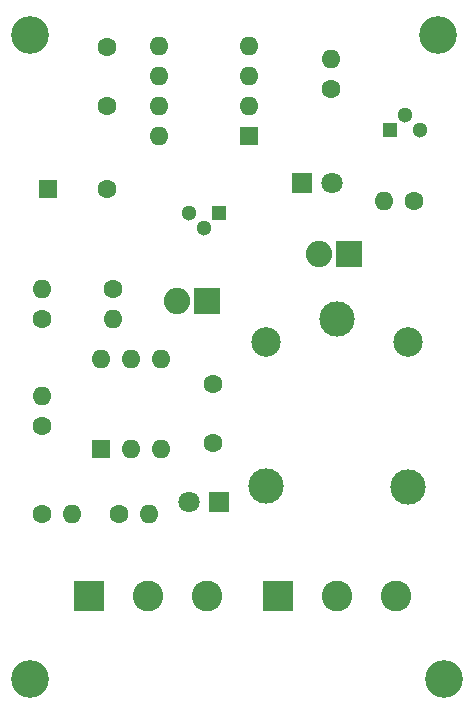
<source format=gbr>
G04 #@! TF.GenerationSoftware,KiCad,Pcbnew,(5.1.9)-1*
G04 #@! TF.CreationDate,2023-10-15T15:57:17+02:00*
G04 #@! TF.ProjectId,Stop if crash,53746f70-2069-4662-9063-726173682e6b,rev?*
G04 #@! TF.SameCoordinates,Original*
G04 #@! TF.FileFunction,Soldermask,Bot*
G04 #@! TF.FilePolarity,Negative*
%FSLAX46Y46*%
G04 Gerber Fmt 4.6, Leading zero omitted, Abs format (unit mm)*
G04 Created by KiCad (PCBNEW (5.1.9)-1) date 2023-10-15 15:57:17*
%MOMM*%
%LPD*%
G01*
G04 APERTURE LIST*
%ADD10C,3.200000*%
%ADD11C,3.000000*%
%ADD12C,2.500000*%
%ADD13O,1.600000X1.600000*%
%ADD14R,1.600000X1.600000*%
%ADD15C,1.600000*%
%ADD16R,1.300000X1.300000*%
%ADD17C,1.300000*%
%ADD18C,2.600000*%
%ADD19R,2.600000X2.600000*%
%ADD20C,1.800000*%
%ADD21R,1.800000X1.800000*%
%ADD22O,2.240000X2.240000*%
%ADD23R,2.240000X2.240000*%
G04 APERTURE END LIST*
D10*
X155500000Y-63500000D03*
X190000000Y-63500000D03*
X190500000Y-118000000D03*
X155500000Y-118000000D03*
D11*
X181500000Y-87500000D03*
D12*
X187450000Y-89450000D03*
D11*
X187500000Y-101700000D03*
X175450000Y-101650000D03*
D12*
X175450000Y-89450000D03*
D13*
X161500000Y-90880000D03*
X166580000Y-98500000D03*
X164040000Y-90880000D03*
X164040000Y-98500000D03*
X166580000Y-90880000D03*
D14*
X161500000Y-98500000D03*
D13*
X166380000Y-72000000D03*
X174000000Y-64380000D03*
X166380000Y-69460000D03*
X174000000Y-66920000D03*
X166380000Y-66920000D03*
X174000000Y-69460000D03*
X166380000Y-64380000D03*
D14*
X174000000Y-72000000D03*
D13*
X181000000Y-65460000D03*
D15*
X181000000Y-68000000D03*
D13*
X165540000Y-104000000D03*
D15*
X163000000Y-104000000D03*
D13*
X159000000Y-104000000D03*
D15*
X156460000Y-104000000D03*
D13*
X162500000Y-87540000D03*
D15*
X162500000Y-85000000D03*
D13*
X156500000Y-94000000D03*
D15*
X156500000Y-96540000D03*
D13*
X185460000Y-77500000D03*
D15*
X188000000Y-77500000D03*
D13*
X156500000Y-84960000D03*
D15*
X156500000Y-87500000D03*
D16*
X186000000Y-71500000D03*
D17*
X188540000Y-71500000D03*
X187270000Y-70230000D03*
D16*
X171500000Y-78500000D03*
D17*
X168960000Y-78500000D03*
X170230000Y-79770000D03*
D18*
X186500000Y-111000000D03*
X181500000Y-111000000D03*
D19*
X176500000Y-111000000D03*
D18*
X170500000Y-111000000D03*
X165500000Y-111000000D03*
D19*
X160500000Y-111000000D03*
D20*
X168960000Y-103000000D03*
D21*
X171500000Y-103000000D03*
D22*
X167960000Y-86000000D03*
D23*
X170500000Y-86000000D03*
D20*
X181040000Y-76000000D03*
D21*
X178500000Y-76000000D03*
D22*
X179960000Y-82000000D03*
D23*
X182500000Y-82000000D03*
D15*
X162000000Y-69500000D03*
X162000000Y-64500000D03*
X162000000Y-76500000D03*
D14*
X157000000Y-76500000D03*
D15*
X171000000Y-98000000D03*
X171000000Y-93000000D03*
M02*

</source>
